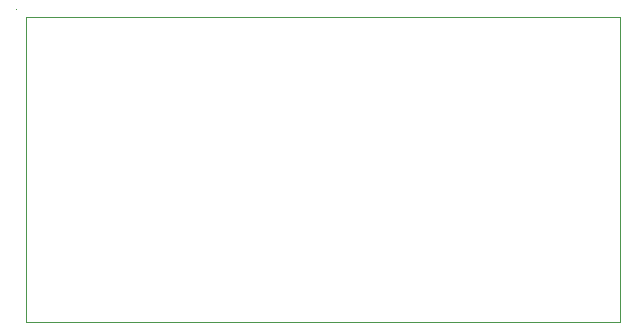
<source format=gbr>
G04 #@! TF.FileFunction,Profile,NP*
%FSLAX46Y46*%
G04 Gerber Fmt 4.6, Leading zero omitted, Abs format (unit mm)*
G04 Created by KiCad (PCBNEW 0.201412101631+5319~19~ubuntu14.04.1-product) date Čt 11. prosinec 2014, 12:52:01 CET*
%MOMM*%
G01*
G04 APERTURE LIST*
%ADD10C,0.100000*%
G04 APERTURE END LIST*
D10*
X106807000Y-34569400D02*
X106857800Y-34569400D01*
X107672600Y-35285800D02*
X157960600Y-35285800D01*
X157960600Y-61061600D02*
X157960600Y-35285800D01*
X107672600Y-61061600D02*
X157960600Y-61061600D01*
X107672600Y-35285800D02*
X107672600Y-61061600D01*
M02*

</source>
